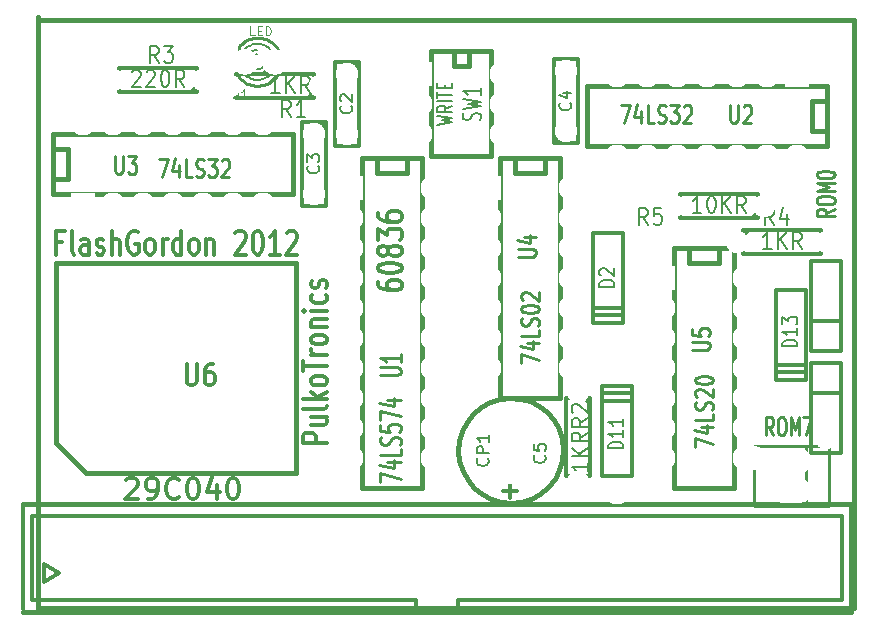
<source format=gto>
G04 (created by PCBNEW-RS274X (2011-07-08 BZR 3044)-stable) date 06/10/2012 12:04:17*
G01*
G70*
G90*
%MOIN*%
G04 Gerber Fmt 3.4, Leading zero omitted, Abs format*
%FSLAX34Y34*%
G04 APERTURE LIST*
%ADD10C,0.006000*%
%ADD11C,0.012000*%
%ADD12C,0.015000*%
%ADD13C,0.010000*%
%ADD14C,0.008000*%
%ADD15C,0.011300*%
%ADD16C,0.003500*%
%ADD17C,0.075000*%
%ADD18R,0.082000X0.110000*%
%ADD19O,0.082000X0.110000*%
%ADD20R,0.075000X0.075000*%
%ADD21C,0.090000*%
%ADD22R,0.090000X0.090000*%
%ADD23R,0.110000X0.082000*%
%ADD24O,0.110000X0.082000*%
%ADD25O,0.138700X0.079300*%
%ADD26C,0.086000*%
%ADD27R,0.080000X0.080000*%
%ADD28C,0.080000*%
G04 APERTURE END LIST*
G54D10*
G54D11*
X18324Y-16827D02*
X18324Y-16941D01*
X18362Y-16998D01*
X18400Y-17027D01*
X18514Y-17084D01*
X18667Y-17113D01*
X18971Y-17113D01*
X19048Y-17084D01*
X19086Y-17056D01*
X19124Y-16998D01*
X19124Y-16884D01*
X19086Y-16827D01*
X19048Y-16798D01*
X18971Y-16770D01*
X18781Y-16770D01*
X18705Y-16798D01*
X18667Y-16827D01*
X18629Y-16884D01*
X18629Y-16998D01*
X18667Y-17056D01*
X18705Y-17084D01*
X18781Y-17113D01*
X18324Y-16399D02*
X18324Y-16342D01*
X18362Y-16285D01*
X18400Y-16256D01*
X18476Y-16227D01*
X18629Y-16199D01*
X18819Y-16199D01*
X18971Y-16227D01*
X19048Y-16256D01*
X19086Y-16285D01*
X19124Y-16342D01*
X19124Y-16399D01*
X19086Y-16456D01*
X19048Y-16485D01*
X18971Y-16513D01*
X18819Y-16542D01*
X18629Y-16542D01*
X18476Y-16513D01*
X18400Y-16485D01*
X18362Y-16456D01*
X18324Y-16399D01*
X18667Y-15856D02*
X18629Y-15914D01*
X18590Y-15942D01*
X18514Y-15971D01*
X18476Y-15971D01*
X18400Y-15942D01*
X18362Y-15914D01*
X18324Y-15856D01*
X18324Y-15742D01*
X18362Y-15685D01*
X18400Y-15656D01*
X18476Y-15628D01*
X18514Y-15628D01*
X18590Y-15656D01*
X18629Y-15685D01*
X18667Y-15742D01*
X18667Y-15856D01*
X18705Y-15914D01*
X18743Y-15942D01*
X18819Y-15971D01*
X18971Y-15971D01*
X19048Y-15942D01*
X19086Y-15914D01*
X19124Y-15856D01*
X19124Y-15742D01*
X19086Y-15685D01*
X19048Y-15656D01*
X18971Y-15628D01*
X18819Y-15628D01*
X18743Y-15656D01*
X18705Y-15685D01*
X18667Y-15742D01*
X18324Y-15428D02*
X18324Y-15057D01*
X18629Y-15257D01*
X18629Y-15171D01*
X18667Y-15114D01*
X18705Y-15085D01*
X18781Y-15057D01*
X18971Y-15057D01*
X19048Y-15085D01*
X19086Y-15114D01*
X19124Y-15171D01*
X19124Y-15343D01*
X19086Y-15400D01*
X19048Y-15428D01*
X18324Y-14543D02*
X18324Y-14657D01*
X18362Y-14714D01*
X18400Y-14743D01*
X18514Y-14800D01*
X18667Y-14829D01*
X18971Y-14829D01*
X19048Y-14800D01*
X19086Y-14772D01*
X19124Y-14714D01*
X19124Y-14600D01*
X19086Y-14543D01*
X19048Y-14514D01*
X18971Y-14486D01*
X18781Y-14486D01*
X18705Y-14514D01*
X18667Y-14543D01*
X18629Y-14600D01*
X18629Y-14714D01*
X18667Y-14772D01*
X18705Y-14800D01*
X18781Y-14829D01*
G54D12*
X07000Y-08100D02*
X07000Y-08000D01*
X34200Y-08100D02*
X07000Y-08100D01*
X34200Y-27700D02*
X34200Y-08100D01*
X07000Y-27700D02*
X34200Y-27700D01*
X07000Y-08100D02*
X07000Y-27700D01*
G54D11*
X16624Y-22200D02*
X15824Y-22200D01*
X15824Y-21972D01*
X15862Y-21914D01*
X15900Y-21886D01*
X15976Y-21857D01*
X16090Y-21857D01*
X16167Y-21886D01*
X16205Y-21914D01*
X16243Y-21972D01*
X16243Y-22200D01*
X16090Y-21343D02*
X16624Y-21343D01*
X16090Y-21600D02*
X16510Y-21600D01*
X16586Y-21572D01*
X16624Y-21514D01*
X16624Y-21429D01*
X16586Y-21372D01*
X16548Y-21343D01*
X16624Y-20971D02*
X16586Y-21029D01*
X16510Y-21057D01*
X15824Y-21057D01*
X16624Y-20743D02*
X15824Y-20743D01*
X16319Y-20686D02*
X16624Y-20515D01*
X16090Y-20515D02*
X16395Y-20743D01*
X16624Y-20171D02*
X16586Y-20229D01*
X16548Y-20257D01*
X16471Y-20286D01*
X16243Y-20286D01*
X16167Y-20257D01*
X16129Y-20229D01*
X16090Y-20171D01*
X16090Y-20086D01*
X16129Y-20029D01*
X16167Y-20000D01*
X16243Y-19971D01*
X16471Y-19971D01*
X16548Y-20000D01*
X16586Y-20029D01*
X16624Y-20086D01*
X16624Y-20171D01*
X15824Y-19800D02*
X15824Y-19457D01*
X16624Y-19628D02*
X15824Y-19628D01*
X16624Y-19257D02*
X16090Y-19257D01*
X16243Y-19257D02*
X16167Y-19229D01*
X16129Y-19200D01*
X16090Y-19143D01*
X16090Y-19086D01*
X16624Y-18800D02*
X16586Y-18858D01*
X16548Y-18886D01*
X16471Y-18915D01*
X16243Y-18915D01*
X16167Y-18886D01*
X16129Y-18858D01*
X16090Y-18800D01*
X16090Y-18715D01*
X16129Y-18658D01*
X16167Y-18629D01*
X16243Y-18600D01*
X16471Y-18600D01*
X16548Y-18629D01*
X16586Y-18658D01*
X16624Y-18715D01*
X16624Y-18800D01*
X16090Y-18343D02*
X16624Y-18343D01*
X16167Y-18343D02*
X16129Y-18315D01*
X16090Y-18257D01*
X16090Y-18172D01*
X16129Y-18115D01*
X16205Y-18086D01*
X16624Y-18086D01*
X16624Y-17800D02*
X16090Y-17800D01*
X15824Y-17800D02*
X15862Y-17829D01*
X15900Y-17800D01*
X15862Y-17772D01*
X15824Y-17800D01*
X15900Y-17800D01*
X16586Y-17257D02*
X16624Y-17314D01*
X16624Y-17428D01*
X16586Y-17486D01*
X16548Y-17514D01*
X16471Y-17543D01*
X16243Y-17543D01*
X16167Y-17514D01*
X16129Y-17486D01*
X16090Y-17428D01*
X16090Y-17314D01*
X16129Y-17257D01*
X16586Y-17029D02*
X16624Y-16972D01*
X16624Y-16857D01*
X16586Y-16800D01*
X16510Y-16772D01*
X16471Y-16772D01*
X16395Y-16800D01*
X16357Y-16857D01*
X16357Y-16943D01*
X16319Y-17000D01*
X16243Y-17029D01*
X16205Y-17029D01*
X16129Y-17000D01*
X16090Y-16943D01*
X16090Y-16857D01*
X16129Y-16800D01*
X07801Y-15505D02*
X07601Y-15505D01*
X07601Y-15924D02*
X07601Y-15124D01*
X07887Y-15124D01*
X08201Y-15924D02*
X08143Y-15886D01*
X08115Y-15810D01*
X08115Y-15124D01*
X08686Y-15924D02*
X08686Y-15505D01*
X08657Y-15429D01*
X08600Y-15390D01*
X08486Y-15390D01*
X08429Y-15429D01*
X08686Y-15886D02*
X08629Y-15924D01*
X08486Y-15924D01*
X08429Y-15886D01*
X08400Y-15810D01*
X08400Y-15733D01*
X08429Y-15657D01*
X08486Y-15619D01*
X08629Y-15619D01*
X08686Y-15581D01*
X08943Y-15886D02*
X09000Y-15924D01*
X09115Y-15924D01*
X09172Y-15886D01*
X09200Y-15810D01*
X09200Y-15771D01*
X09172Y-15695D01*
X09115Y-15657D01*
X09029Y-15657D01*
X08972Y-15619D01*
X08943Y-15543D01*
X08943Y-15505D01*
X08972Y-15429D01*
X09029Y-15390D01*
X09115Y-15390D01*
X09172Y-15429D01*
X09458Y-15924D02*
X09458Y-15124D01*
X09715Y-15924D02*
X09715Y-15505D01*
X09686Y-15429D01*
X09629Y-15390D01*
X09544Y-15390D01*
X09486Y-15429D01*
X09458Y-15467D01*
X10315Y-15162D02*
X10258Y-15124D01*
X10172Y-15124D01*
X10087Y-15162D01*
X10029Y-15238D01*
X10001Y-15314D01*
X09972Y-15467D01*
X09972Y-15581D01*
X10001Y-15733D01*
X10029Y-15810D01*
X10087Y-15886D01*
X10172Y-15924D01*
X10229Y-15924D01*
X10315Y-15886D01*
X10344Y-15848D01*
X10344Y-15581D01*
X10229Y-15581D01*
X10687Y-15924D02*
X10629Y-15886D01*
X10601Y-15848D01*
X10572Y-15771D01*
X10572Y-15543D01*
X10601Y-15467D01*
X10629Y-15429D01*
X10687Y-15390D01*
X10772Y-15390D01*
X10829Y-15429D01*
X10858Y-15467D01*
X10887Y-15543D01*
X10887Y-15771D01*
X10858Y-15848D01*
X10829Y-15886D01*
X10772Y-15924D01*
X10687Y-15924D01*
X11144Y-15924D02*
X11144Y-15390D01*
X11144Y-15543D02*
X11172Y-15467D01*
X11201Y-15429D01*
X11258Y-15390D01*
X11315Y-15390D01*
X11772Y-15924D02*
X11772Y-15124D01*
X11772Y-15886D02*
X11715Y-15924D01*
X11601Y-15924D01*
X11543Y-15886D01*
X11515Y-15848D01*
X11486Y-15771D01*
X11486Y-15543D01*
X11515Y-15467D01*
X11543Y-15429D01*
X11601Y-15390D01*
X11715Y-15390D01*
X11772Y-15429D01*
X12144Y-15924D02*
X12086Y-15886D01*
X12058Y-15848D01*
X12029Y-15771D01*
X12029Y-15543D01*
X12058Y-15467D01*
X12086Y-15429D01*
X12144Y-15390D01*
X12229Y-15390D01*
X12286Y-15429D01*
X12315Y-15467D01*
X12344Y-15543D01*
X12344Y-15771D01*
X12315Y-15848D01*
X12286Y-15886D01*
X12229Y-15924D01*
X12144Y-15924D01*
X12601Y-15390D02*
X12601Y-15924D01*
X12601Y-15467D02*
X12629Y-15429D01*
X12687Y-15390D01*
X12772Y-15390D01*
X12829Y-15429D01*
X12858Y-15505D01*
X12858Y-15924D01*
X13572Y-15200D02*
X13601Y-15162D01*
X13658Y-15124D01*
X13801Y-15124D01*
X13858Y-15162D01*
X13887Y-15200D01*
X13915Y-15276D01*
X13915Y-15352D01*
X13887Y-15467D01*
X13544Y-15924D01*
X13915Y-15924D01*
X14286Y-15124D02*
X14343Y-15124D01*
X14400Y-15162D01*
X14429Y-15200D01*
X14458Y-15276D01*
X14486Y-15429D01*
X14486Y-15619D01*
X14458Y-15771D01*
X14429Y-15848D01*
X14400Y-15886D01*
X14343Y-15924D01*
X14286Y-15924D01*
X14229Y-15886D01*
X14200Y-15848D01*
X14172Y-15771D01*
X14143Y-15619D01*
X14143Y-15429D01*
X14172Y-15276D01*
X14200Y-15200D01*
X14229Y-15162D01*
X14286Y-15124D01*
X15057Y-15924D02*
X14714Y-15924D01*
X14886Y-15924D02*
X14886Y-15124D01*
X14829Y-15238D01*
X14771Y-15314D01*
X14714Y-15352D01*
X15285Y-15200D02*
X15314Y-15162D01*
X15371Y-15124D01*
X15514Y-15124D01*
X15571Y-15162D01*
X15600Y-15200D01*
X15628Y-15276D01*
X15628Y-15352D01*
X15600Y-15467D01*
X15257Y-15924D01*
X15628Y-15924D01*
X16600Y-11500D02*
X16600Y-14300D01*
X16600Y-14300D02*
X15800Y-14300D01*
X15800Y-14300D02*
X15800Y-11500D01*
X15800Y-11500D02*
X16600Y-11500D01*
X16400Y-11500D02*
X16600Y-11700D01*
X17700Y-09500D02*
X17700Y-12300D01*
X17700Y-12300D02*
X16900Y-12300D01*
X16900Y-12300D02*
X16900Y-09500D01*
X16900Y-09500D02*
X17700Y-09500D01*
X17500Y-09500D02*
X17700Y-09700D01*
X24200Y-12200D02*
X24200Y-09400D01*
X24200Y-09400D02*
X25000Y-09400D01*
X25000Y-09400D02*
X25000Y-12200D01*
X25000Y-12200D02*
X24200Y-12200D01*
X24400Y-12200D02*
X24200Y-12000D01*
G54D12*
X07500Y-11900D02*
X15500Y-11900D01*
X15500Y-13900D02*
X07500Y-13900D01*
X07500Y-13900D02*
X07500Y-11900D01*
X07500Y-12400D02*
X08000Y-12400D01*
X08000Y-12400D02*
X08000Y-13400D01*
X08000Y-13400D02*
X07500Y-13400D01*
X15500Y-11900D02*
X15500Y-13900D01*
X24500Y-22450D02*
X24466Y-22789D01*
X24367Y-23116D01*
X24207Y-23418D01*
X23991Y-23683D01*
X23728Y-23900D01*
X23428Y-24063D01*
X23101Y-24164D01*
X22762Y-24199D01*
X22423Y-24169D01*
X22095Y-24072D01*
X21792Y-23914D01*
X21526Y-23700D01*
X21307Y-23438D01*
X21142Y-23139D01*
X21039Y-22813D01*
X21001Y-22474D01*
X21029Y-22135D01*
X21123Y-21806D01*
X21280Y-21503D01*
X21492Y-21235D01*
X21752Y-21013D01*
X22050Y-20847D01*
X22375Y-20741D01*
X22714Y-20701D01*
X23053Y-20727D01*
X23382Y-20819D01*
X23687Y-20973D01*
X23956Y-21183D01*
X24180Y-21442D01*
X24348Y-21739D01*
X24456Y-22063D01*
X24499Y-22402D01*
X24500Y-22450D01*
G54D11*
X26500Y-15200D02*
X26500Y-18200D01*
X26500Y-18200D02*
X25500Y-18200D01*
X25500Y-18200D02*
X25500Y-15200D01*
X25500Y-15200D02*
X26500Y-15200D01*
X26500Y-17950D02*
X25500Y-17950D01*
X25500Y-17700D02*
X26500Y-17700D01*
X26000Y-15200D02*
X26000Y-14700D01*
X26000Y-18200D02*
X26000Y-18700D01*
X25000Y-20500D02*
X25000Y-20700D01*
X25000Y-23500D02*
X25000Y-23300D01*
X25000Y-23300D02*
X25400Y-23300D01*
X25400Y-23300D02*
X25400Y-20700D01*
X25400Y-20700D02*
X24600Y-20700D01*
X24600Y-20700D02*
X24600Y-23300D01*
X24600Y-23300D02*
X25000Y-23300D01*
X25200Y-20700D02*
X25400Y-20900D01*
X25800Y-23300D02*
X25800Y-20300D01*
X25800Y-20300D02*
X26800Y-20300D01*
X26800Y-20300D02*
X26800Y-23300D01*
X26800Y-23300D02*
X25800Y-23300D01*
X25800Y-20550D02*
X26800Y-20550D01*
X26800Y-20800D02*
X25800Y-20800D01*
X26300Y-23300D02*
X26300Y-23800D01*
X26300Y-20300D02*
X26300Y-19800D01*
X32750Y-19550D02*
X33750Y-19550D01*
X33750Y-19550D02*
X33750Y-22550D01*
X33750Y-22550D02*
X32750Y-22550D01*
X32750Y-22550D02*
X32750Y-19550D01*
X33750Y-20550D02*
X32750Y-20550D01*
X33750Y-19150D02*
X32750Y-19150D01*
X32750Y-19150D02*
X32750Y-16150D01*
X32750Y-16150D02*
X33750Y-16150D01*
X33750Y-16150D02*
X33750Y-19150D01*
X32750Y-18150D02*
X33750Y-18150D01*
X16400Y-10300D02*
X16200Y-10300D01*
X13400Y-10300D02*
X13600Y-10300D01*
X13600Y-10300D02*
X13600Y-10700D01*
X13600Y-10700D02*
X16200Y-10700D01*
X16200Y-10700D02*
X16200Y-09900D01*
X16200Y-09900D02*
X13600Y-09900D01*
X13600Y-09900D02*
X13600Y-10300D01*
X16200Y-10500D02*
X16000Y-10700D01*
X12500Y-10100D02*
X12300Y-10100D01*
X09500Y-10100D02*
X09700Y-10100D01*
X09700Y-10100D02*
X09700Y-10500D01*
X09700Y-10500D02*
X12300Y-10500D01*
X12300Y-10500D02*
X12300Y-09700D01*
X12300Y-09700D02*
X09700Y-09700D01*
X09700Y-09700D02*
X09700Y-10100D01*
X12300Y-10300D02*
X12100Y-10500D01*
X30300Y-15500D02*
X30500Y-15500D01*
X33300Y-15500D02*
X33100Y-15500D01*
X33100Y-15500D02*
X33100Y-15100D01*
X33100Y-15100D02*
X30500Y-15100D01*
X30500Y-15100D02*
X30500Y-15900D01*
X30500Y-15900D02*
X33100Y-15900D01*
X33100Y-15900D02*
X33100Y-15500D01*
X30500Y-15300D02*
X30700Y-15100D01*
G54D12*
X22100Y-09150D02*
X22100Y-12650D01*
X22100Y-12650D02*
X20100Y-12650D01*
X20100Y-12650D02*
X20100Y-09150D01*
X20100Y-09150D02*
X22100Y-09150D01*
X21350Y-09150D02*
X21350Y-09650D01*
X21350Y-09650D02*
X20850Y-09650D01*
X20850Y-09650D02*
X20850Y-09150D01*
X30200Y-15700D02*
X30200Y-23700D01*
X28200Y-23700D02*
X28200Y-15700D01*
X28200Y-15700D02*
X30200Y-15700D01*
X29700Y-15700D02*
X29700Y-16200D01*
X29700Y-16200D02*
X28700Y-16200D01*
X28700Y-16200D02*
X28700Y-15700D01*
X30200Y-23700D02*
X28200Y-23700D01*
X08600Y-23200D02*
X15600Y-23200D01*
X07600Y-16200D02*
X15600Y-16200D01*
X15600Y-23200D02*
X15600Y-16200D01*
X07600Y-22200D02*
X08600Y-23200D01*
X07600Y-16200D02*
X07600Y-22200D01*
X33300Y-12300D02*
X25300Y-12300D01*
X25300Y-10300D02*
X33300Y-10300D01*
X33300Y-10300D02*
X33300Y-12300D01*
X33300Y-11800D02*
X32800Y-11800D01*
X32800Y-11800D02*
X32800Y-10800D01*
X32800Y-10800D02*
X33300Y-10800D01*
X25300Y-12300D02*
X25300Y-10300D01*
X24400Y-12700D02*
X24400Y-20700D01*
X22400Y-20700D02*
X22400Y-12700D01*
X22400Y-12700D02*
X24400Y-12700D01*
X23900Y-12700D02*
X23900Y-13200D01*
X23900Y-13200D02*
X22900Y-13200D01*
X22900Y-13200D02*
X22900Y-12700D01*
X24400Y-20700D02*
X22400Y-20700D01*
X19300Y-12700D02*
X19300Y-13200D01*
X19300Y-13200D02*
X18300Y-13200D01*
X18300Y-13200D02*
X18300Y-12700D01*
X19800Y-12700D02*
X19800Y-23700D01*
X19800Y-23700D02*
X17800Y-23700D01*
X17800Y-23700D02*
X17800Y-12700D01*
X17800Y-12700D02*
X19800Y-12700D01*
G54D11*
X32600Y-17100D02*
X32600Y-20100D01*
X32600Y-20100D02*
X31600Y-20100D01*
X31600Y-20100D02*
X31600Y-17100D01*
X31600Y-17100D02*
X32600Y-17100D01*
X32600Y-19850D02*
X31600Y-19850D01*
X31600Y-19600D02*
X32600Y-19600D01*
X32100Y-17100D02*
X32100Y-16600D01*
X32100Y-20100D02*
X32100Y-20600D01*
G54D13*
X32600Y-24300D02*
X32600Y-22300D01*
X30850Y-24300D02*
X30850Y-22300D01*
X33350Y-22300D02*
X33350Y-24300D01*
X33350Y-22300D02*
X30850Y-22300D01*
X33350Y-24300D02*
X30850Y-24300D01*
X13680Y-09000D02*
X13680Y-10000D01*
G54D10*
X14760Y-09884D02*
X14792Y-09842D01*
X14820Y-09798D01*
X14844Y-09751D01*
X14864Y-09703D01*
X14880Y-09653D01*
X14891Y-09602D01*
X14897Y-09550D01*
X14900Y-09500D01*
X14899Y-09500D02*
X14896Y-09448D01*
X14889Y-09396D01*
X14878Y-09345D01*
X14862Y-09296D01*
X14842Y-09247D01*
X14818Y-09201D01*
X14790Y-09157D01*
X14758Y-09115D01*
X14747Y-09103D01*
X13701Y-09500D02*
X13704Y-09552D01*
X13711Y-09604D01*
X13722Y-09655D01*
X13738Y-09704D01*
X13758Y-09753D01*
X13782Y-09799D01*
X13810Y-09843D01*
X13842Y-09885D01*
X13846Y-09889D01*
X13840Y-09116D02*
X13808Y-09158D01*
X13780Y-09202D01*
X13756Y-09249D01*
X13736Y-09297D01*
X13720Y-09347D01*
X13709Y-09398D01*
X13703Y-09450D01*
X13700Y-09500D01*
X13813Y-09849D02*
X13845Y-09890D01*
X13881Y-09928D01*
X13920Y-09963D01*
X13962Y-09995D01*
X14006Y-10022D01*
X14053Y-10046D01*
X14101Y-10065D01*
X14151Y-10081D01*
X14203Y-10091D01*
X14254Y-10098D01*
X14300Y-10100D01*
X14300Y-10100D02*
X14352Y-10097D01*
X14404Y-10090D01*
X14455Y-10079D01*
X14505Y-10063D01*
X14553Y-10043D01*
X14600Y-10019D01*
X14644Y-09991D01*
X14685Y-09959D01*
X14724Y-09924D01*
X14759Y-09885D01*
X14779Y-09860D01*
X14300Y-08901D02*
X14248Y-08904D01*
X14196Y-08911D01*
X14145Y-08922D01*
X14096Y-08938D01*
X14047Y-08958D01*
X14001Y-08982D01*
X13957Y-09010D01*
X13915Y-09042D01*
X13877Y-09077D01*
X13842Y-09115D01*
X13828Y-09133D01*
X14773Y-09132D02*
X14739Y-09092D01*
X14702Y-09055D01*
X14661Y-09022D01*
X14618Y-08992D01*
X14573Y-08966D01*
X14525Y-08945D01*
X14476Y-08927D01*
X14425Y-08914D01*
X14374Y-08905D01*
X14321Y-08901D01*
X14300Y-08900D01*
X14300Y-09750D02*
X14321Y-09749D01*
X14343Y-09746D01*
X14364Y-09741D01*
X14385Y-09734D01*
X14405Y-09726D01*
X14425Y-09716D01*
X14443Y-09704D01*
X14460Y-09691D01*
X14476Y-09676D01*
X14491Y-09660D01*
X14504Y-09643D01*
X14516Y-09624D01*
X14526Y-09605D01*
X14534Y-09585D01*
X14541Y-09564D01*
X14546Y-09543D01*
X14549Y-09521D01*
X14550Y-09500D01*
X14300Y-09900D02*
X14334Y-09898D01*
X14369Y-09893D01*
X14403Y-09886D01*
X14436Y-09875D01*
X14469Y-09862D01*
X14500Y-09846D01*
X14529Y-09827D01*
X14557Y-09806D01*
X14582Y-09782D01*
X14606Y-09757D01*
X14627Y-09729D01*
X14646Y-09699D01*
X14662Y-09669D01*
X14675Y-09636D01*
X14686Y-09603D01*
X14693Y-09569D01*
X14698Y-09534D01*
X14700Y-09500D01*
X14300Y-09250D02*
X14279Y-09251D01*
X14257Y-09254D01*
X14236Y-09259D01*
X14215Y-09266D01*
X14195Y-09274D01*
X14176Y-09284D01*
X14157Y-09296D01*
X14140Y-09309D01*
X14124Y-09324D01*
X14109Y-09340D01*
X14096Y-09357D01*
X14084Y-09376D01*
X14074Y-09395D01*
X14066Y-09415D01*
X14059Y-09436D01*
X14054Y-09457D01*
X14051Y-09479D01*
X14050Y-09500D01*
X14300Y-09100D02*
X14266Y-09102D01*
X14231Y-09107D01*
X14197Y-09114D01*
X14164Y-09125D01*
X14131Y-09138D01*
X14101Y-09154D01*
X14071Y-09173D01*
X14043Y-09194D01*
X14018Y-09218D01*
X13994Y-09243D01*
X13973Y-09271D01*
X13954Y-09301D01*
X13938Y-09331D01*
X13925Y-09364D01*
X13914Y-09397D01*
X13907Y-09431D01*
X13902Y-09466D01*
X13900Y-09500D01*
G54D13*
X13687Y-10013D02*
X13734Y-10064D01*
X13785Y-10111D01*
X13840Y-10154D01*
X13899Y-10192D01*
X13961Y-10224D01*
X14026Y-10251D01*
X14092Y-10272D01*
X14160Y-10287D01*
X14229Y-10296D01*
X14299Y-10299D01*
X14300Y-10300D01*
X14300Y-10299D02*
X14369Y-10295D01*
X14438Y-10286D01*
X14506Y-10271D01*
X14573Y-10250D01*
X14637Y-10224D01*
X14699Y-10191D01*
X14758Y-10154D01*
X14813Y-10112D01*
X14864Y-10064D01*
X14912Y-10013D01*
X14954Y-09958D01*
X14991Y-09899D01*
X15004Y-09876D01*
X14299Y-08703D02*
X14230Y-08706D01*
X14161Y-08715D01*
X14093Y-08730D01*
X14026Y-08751D01*
X13962Y-08778D01*
X13900Y-08810D01*
X13842Y-08848D01*
X13786Y-08890D01*
X13735Y-08937D01*
X13691Y-08985D01*
X14994Y-09103D02*
X14956Y-09044D01*
X14914Y-08988D01*
X14867Y-08937D01*
X14816Y-08889D01*
X14761Y-08847D01*
X14702Y-08809D01*
X14640Y-08777D01*
X14576Y-08750D01*
X14509Y-08728D01*
X14441Y-08713D01*
X14372Y-08704D01*
X14302Y-08701D01*
X14300Y-08700D01*
X15004Y-09879D02*
X15034Y-09816D01*
X15059Y-09751D01*
X15078Y-09684D01*
X15091Y-09615D01*
X15098Y-09546D01*
X15100Y-09500D01*
X15099Y-09500D02*
X15095Y-09431D01*
X15086Y-09362D01*
X15071Y-09294D01*
X15050Y-09227D01*
X15024Y-09163D01*
X14991Y-09101D01*
X14980Y-09082D01*
G54D11*
X31200Y-14300D02*
X31000Y-14300D01*
X28200Y-14300D02*
X28400Y-14300D01*
X28400Y-14300D02*
X28400Y-14700D01*
X28400Y-14700D02*
X31000Y-14700D01*
X31000Y-14700D02*
X31000Y-13900D01*
X31000Y-13900D02*
X28400Y-13900D01*
X28400Y-13900D02*
X28400Y-14300D01*
X31000Y-14500D02*
X30800Y-14700D01*
G54D12*
X34094Y-24231D02*
X06494Y-24231D01*
X06494Y-27831D02*
X34094Y-27831D01*
G54D11*
X07694Y-26531D02*
X07194Y-26231D01*
X07194Y-26231D02*
X07194Y-26831D01*
X07194Y-26831D02*
X07694Y-26531D01*
X06494Y-24331D02*
X06494Y-27731D01*
X34094Y-27731D02*
X34094Y-24331D01*
X19594Y-27731D02*
X19594Y-27431D01*
X19594Y-27431D02*
X06794Y-27431D01*
X06794Y-27431D02*
X06794Y-24631D01*
X06794Y-24631D02*
X33794Y-24631D01*
X33794Y-24631D02*
X33794Y-27431D01*
X33794Y-27431D02*
X20994Y-27431D01*
X20994Y-27431D02*
X20994Y-27731D01*
G54D14*
X16324Y-12966D02*
X16343Y-12985D01*
X16362Y-13042D01*
X16362Y-13080D01*
X16343Y-13138D01*
X16305Y-13176D01*
X16267Y-13195D01*
X16190Y-13214D01*
X16133Y-13214D01*
X16057Y-13195D01*
X16019Y-13176D01*
X15981Y-13138D01*
X15962Y-13080D01*
X15962Y-13042D01*
X15981Y-12985D01*
X16000Y-12966D01*
X15962Y-12833D02*
X15962Y-12585D01*
X16114Y-12719D01*
X16114Y-12661D01*
X16133Y-12623D01*
X16152Y-12604D01*
X16190Y-12585D01*
X16286Y-12585D01*
X16324Y-12604D01*
X16343Y-12623D01*
X16362Y-12661D01*
X16362Y-12776D01*
X16343Y-12814D01*
X16324Y-12833D01*
X17424Y-10966D02*
X17443Y-10985D01*
X17462Y-11042D01*
X17462Y-11080D01*
X17443Y-11138D01*
X17405Y-11176D01*
X17367Y-11195D01*
X17290Y-11214D01*
X17233Y-11214D01*
X17157Y-11195D01*
X17119Y-11176D01*
X17081Y-11138D01*
X17062Y-11080D01*
X17062Y-11042D01*
X17081Y-10985D01*
X17100Y-10966D01*
X17100Y-10814D02*
X17081Y-10795D01*
X17062Y-10757D01*
X17062Y-10661D01*
X17081Y-10623D01*
X17100Y-10604D01*
X17138Y-10585D01*
X17176Y-10585D01*
X17233Y-10604D01*
X17462Y-10833D01*
X17462Y-10585D01*
X24724Y-10866D02*
X24743Y-10885D01*
X24762Y-10942D01*
X24762Y-10980D01*
X24743Y-11038D01*
X24705Y-11076D01*
X24667Y-11095D01*
X24590Y-11114D01*
X24533Y-11114D01*
X24457Y-11095D01*
X24419Y-11076D01*
X24381Y-11038D01*
X24362Y-10980D01*
X24362Y-10942D01*
X24381Y-10885D01*
X24400Y-10866D01*
X24495Y-10523D02*
X24762Y-10523D01*
X24343Y-10619D02*
X24629Y-10714D01*
X24629Y-10466D01*
G54D15*
X09557Y-12643D02*
X09557Y-13129D01*
X09579Y-13186D01*
X09600Y-13214D01*
X09643Y-13243D01*
X09729Y-13243D01*
X09771Y-13214D01*
X09793Y-13186D01*
X09814Y-13129D01*
X09814Y-12643D01*
X09985Y-12643D02*
X10264Y-12643D01*
X10114Y-12871D01*
X10178Y-12871D01*
X10221Y-12900D01*
X10242Y-12929D01*
X10264Y-12986D01*
X10264Y-13129D01*
X10242Y-13186D01*
X10221Y-13214D01*
X10178Y-13243D01*
X10050Y-13243D01*
X10007Y-13214D01*
X09985Y-13186D01*
X11010Y-12743D02*
X11310Y-12743D01*
X11117Y-13343D01*
X11675Y-12943D02*
X11675Y-13343D01*
X11568Y-12714D02*
X11461Y-13143D01*
X11739Y-13143D01*
X12125Y-13343D02*
X11911Y-13343D01*
X11911Y-12743D01*
X12254Y-13314D02*
X12318Y-13343D01*
X12425Y-13343D01*
X12468Y-13314D01*
X12489Y-13286D01*
X12511Y-13229D01*
X12511Y-13171D01*
X12489Y-13114D01*
X12468Y-13086D01*
X12425Y-13057D01*
X12339Y-13029D01*
X12297Y-13000D01*
X12275Y-12971D01*
X12254Y-12914D01*
X12254Y-12857D01*
X12275Y-12800D01*
X12297Y-12771D01*
X12339Y-12743D01*
X12447Y-12743D01*
X12511Y-12771D01*
X12661Y-12743D02*
X12940Y-12743D01*
X12790Y-12971D01*
X12854Y-12971D01*
X12897Y-13000D01*
X12918Y-13029D01*
X12940Y-13086D01*
X12940Y-13229D01*
X12918Y-13286D01*
X12897Y-13314D01*
X12854Y-13343D01*
X12726Y-13343D01*
X12683Y-13314D01*
X12661Y-13286D01*
X13112Y-12800D02*
X13133Y-12771D01*
X13176Y-12743D01*
X13283Y-12743D01*
X13326Y-12771D01*
X13347Y-12800D01*
X13369Y-12857D01*
X13369Y-12914D01*
X13347Y-13000D01*
X13090Y-13343D01*
X13369Y-13343D01*
G54D14*
X23874Y-22616D02*
X23893Y-22635D01*
X23912Y-22692D01*
X23912Y-22730D01*
X23893Y-22788D01*
X23855Y-22826D01*
X23817Y-22845D01*
X23740Y-22864D01*
X23683Y-22864D01*
X23607Y-22845D01*
X23569Y-22826D01*
X23531Y-22788D01*
X23512Y-22730D01*
X23512Y-22692D01*
X23531Y-22635D01*
X23550Y-22616D01*
X23512Y-22254D02*
X23512Y-22445D01*
X23702Y-22464D01*
X23683Y-22445D01*
X23664Y-22407D01*
X23664Y-22311D01*
X23683Y-22273D01*
X23702Y-22254D01*
X23740Y-22235D01*
X23836Y-22235D01*
X23874Y-22254D01*
X23893Y-22273D01*
X23912Y-22311D01*
X23912Y-22407D01*
X23893Y-22445D01*
X23874Y-22464D01*
X21974Y-22716D02*
X21993Y-22735D01*
X22012Y-22792D01*
X22012Y-22830D01*
X21993Y-22888D01*
X21955Y-22926D01*
X21917Y-22945D01*
X21840Y-22964D01*
X21783Y-22964D01*
X21707Y-22945D01*
X21669Y-22926D01*
X21631Y-22888D01*
X21612Y-22830D01*
X21612Y-22792D01*
X21631Y-22735D01*
X21650Y-22716D01*
X22012Y-22545D02*
X21612Y-22545D01*
X21612Y-22392D01*
X21631Y-22354D01*
X21650Y-22335D01*
X21688Y-22316D01*
X21745Y-22316D01*
X21783Y-22335D01*
X21802Y-22354D01*
X21821Y-22392D01*
X21821Y-22545D01*
X22012Y-21935D02*
X22012Y-22164D01*
X22012Y-22050D02*
X21612Y-22050D01*
X21669Y-22088D01*
X21707Y-22126D01*
X21726Y-22164D01*
G54D11*
X22714Y-24028D02*
X22714Y-23571D01*
X22943Y-23800D02*
X22486Y-23800D01*
G54D14*
X26202Y-16995D02*
X25702Y-16995D01*
X25702Y-16900D01*
X25726Y-16842D01*
X25774Y-16804D01*
X25821Y-16785D01*
X25917Y-16766D01*
X25988Y-16766D01*
X26083Y-16785D01*
X26131Y-16804D01*
X26179Y-16842D01*
X26202Y-16900D01*
X26202Y-16995D01*
X25750Y-16614D02*
X25726Y-16595D01*
X25702Y-16557D01*
X25702Y-16461D01*
X25726Y-16423D01*
X25750Y-16404D01*
X25798Y-16385D01*
X25845Y-16385D01*
X25917Y-16404D01*
X26202Y-16633D01*
X26202Y-16385D01*
X25323Y-21383D02*
X25061Y-21550D01*
X25323Y-21669D02*
X24773Y-21669D01*
X24773Y-21478D01*
X24799Y-21431D01*
X24825Y-21407D01*
X24877Y-21383D01*
X24956Y-21383D01*
X25008Y-21407D01*
X25035Y-21431D01*
X25061Y-21478D01*
X25061Y-21669D01*
X24825Y-21193D02*
X24799Y-21169D01*
X24773Y-21121D01*
X24773Y-21002D01*
X24799Y-20955D01*
X24825Y-20931D01*
X24877Y-20907D01*
X24930Y-20907D01*
X25008Y-20931D01*
X25323Y-21217D01*
X25323Y-20907D01*
X25323Y-22857D02*
X25323Y-23143D01*
X25323Y-23000D02*
X24773Y-23000D01*
X24851Y-23048D01*
X24904Y-23095D01*
X24930Y-23143D01*
X25323Y-22643D02*
X24773Y-22643D01*
X25323Y-22357D02*
X25008Y-22572D01*
X24773Y-22357D02*
X25087Y-22643D01*
X25323Y-21857D02*
X25061Y-22024D01*
X25323Y-22143D02*
X24773Y-22143D01*
X24773Y-21952D01*
X24799Y-21905D01*
X24825Y-21881D01*
X24877Y-21857D01*
X24956Y-21857D01*
X25008Y-21881D01*
X25035Y-21905D01*
X25061Y-21952D01*
X25061Y-22143D01*
X26502Y-22386D02*
X26002Y-22386D01*
X26002Y-22291D01*
X26026Y-22233D01*
X26074Y-22195D01*
X26121Y-22176D01*
X26217Y-22157D01*
X26288Y-22157D01*
X26383Y-22176D01*
X26431Y-22195D01*
X26479Y-22233D01*
X26502Y-22291D01*
X26502Y-22386D01*
X26502Y-21776D02*
X26502Y-22005D01*
X26502Y-21891D02*
X26002Y-21891D01*
X26074Y-21929D01*
X26121Y-21967D01*
X26145Y-22005D01*
X26502Y-21395D02*
X26502Y-21624D01*
X26502Y-21510D02*
X26002Y-21510D01*
X26074Y-21548D01*
X26121Y-21586D01*
X26145Y-21624D01*
G54D13*
X31496Y-21943D02*
X31362Y-21657D01*
X31267Y-21943D02*
X31267Y-21343D01*
X31420Y-21343D01*
X31458Y-21371D01*
X31477Y-21400D01*
X31496Y-21457D01*
X31496Y-21543D01*
X31477Y-21600D01*
X31458Y-21629D01*
X31420Y-21657D01*
X31267Y-21657D01*
X31743Y-21343D02*
X31820Y-21343D01*
X31858Y-21371D01*
X31896Y-21429D01*
X31915Y-21543D01*
X31915Y-21743D01*
X31896Y-21857D01*
X31858Y-21914D01*
X31820Y-21943D01*
X31743Y-21943D01*
X31705Y-21914D01*
X31667Y-21857D01*
X31648Y-21743D01*
X31648Y-21543D01*
X31667Y-21429D01*
X31705Y-21371D01*
X31743Y-21343D01*
X32086Y-21943D02*
X32086Y-21343D01*
X32220Y-21771D01*
X32353Y-21343D01*
X32353Y-21943D01*
X32505Y-21343D02*
X32772Y-21343D01*
X32600Y-21943D01*
X33543Y-14404D02*
X33257Y-14538D01*
X33543Y-14633D02*
X32943Y-14633D01*
X32943Y-14480D01*
X32971Y-14442D01*
X33000Y-14423D01*
X33057Y-14404D01*
X33143Y-14404D01*
X33200Y-14423D01*
X33229Y-14442D01*
X33257Y-14480D01*
X33257Y-14633D01*
X32943Y-14157D02*
X32943Y-14080D01*
X32971Y-14042D01*
X33029Y-14004D01*
X33143Y-13985D01*
X33343Y-13985D01*
X33457Y-14004D01*
X33514Y-14042D01*
X33543Y-14080D01*
X33543Y-14157D01*
X33514Y-14195D01*
X33457Y-14233D01*
X33343Y-14252D01*
X33143Y-14252D01*
X33029Y-14233D01*
X32971Y-14195D01*
X32943Y-14157D01*
X33543Y-13814D02*
X32943Y-13814D01*
X33371Y-13680D01*
X32943Y-13547D01*
X33543Y-13547D01*
X32943Y-13281D02*
X32943Y-13242D01*
X32971Y-13204D01*
X33000Y-13185D01*
X33057Y-13166D01*
X33171Y-13147D01*
X33314Y-13147D01*
X33429Y-13166D01*
X33486Y-13185D01*
X33514Y-13204D01*
X33543Y-13242D01*
X33543Y-13281D01*
X33514Y-13319D01*
X33486Y-13338D01*
X33429Y-13357D01*
X33314Y-13376D01*
X33171Y-13376D01*
X33057Y-13357D01*
X33000Y-13338D01*
X32971Y-13319D01*
X32943Y-13281D01*
G54D14*
X15417Y-11323D02*
X15250Y-11061D01*
X15131Y-11323D02*
X15131Y-10773D01*
X15322Y-10773D01*
X15369Y-10799D01*
X15393Y-10825D01*
X15417Y-10877D01*
X15417Y-10956D01*
X15393Y-11008D01*
X15369Y-11035D01*
X15322Y-11061D01*
X15131Y-11061D01*
X15893Y-11323D02*
X15607Y-11323D01*
X15750Y-11323D02*
X15750Y-10773D01*
X15702Y-10851D01*
X15655Y-10904D01*
X15607Y-10930D01*
X15043Y-10523D02*
X14757Y-10523D01*
X14900Y-10523D02*
X14900Y-09973D01*
X14852Y-10051D01*
X14805Y-10104D01*
X14757Y-10130D01*
X15257Y-10523D02*
X15257Y-09973D01*
X15543Y-10523D02*
X15328Y-10208D01*
X15543Y-09973D02*
X15257Y-10287D01*
X16043Y-10523D02*
X15876Y-10261D01*
X15757Y-10523D02*
X15757Y-09973D01*
X15948Y-09973D01*
X15995Y-09999D01*
X16019Y-10025D01*
X16043Y-10077D01*
X16043Y-10156D01*
X16019Y-10208D01*
X15995Y-10235D01*
X15948Y-10261D01*
X15757Y-10261D01*
X11017Y-09523D02*
X10850Y-09261D01*
X10731Y-09523D02*
X10731Y-08973D01*
X10922Y-08973D01*
X10969Y-08999D01*
X10993Y-09025D01*
X11017Y-09077D01*
X11017Y-09156D01*
X10993Y-09208D01*
X10969Y-09235D01*
X10922Y-09261D01*
X10731Y-09261D01*
X11183Y-08973D02*
X11493Y-08973D01*
X11326Y-09182D01*
X11398Y-09182D01*
X11445Y-09208D01*
X11469Y-09235D01*
X11493Y-09287D01*
X11493Y-09418D01*
X11469Y-09470D01*
X11445Y-09496D01*
X11398Y-09523D01*
X11255Y-09523D01*
X11207Y-09496D01*
X11183Y-09470D01*
X10131Y-09825D02*
X10155Y-09799D01*
X10203Y-09773D01*
X10322Y-09773D01*
X10369Y-09799D01*
X10393Y-09825D01*
X10417Y-09877D01*
X10417Y-09930D01*
X10393Y-10008D01*
X10107Y-10323D01*
X10417Y-10323D01*
X10607Y-09825D02*
X10631Y-09799D01*
X10679Y-09773D01*
X10798Y-09773D01*
X10845Y-09799D01*
X10869Y-09825D01*
X10893Y-09877D01*
X10893Y-09930D01*
X10869Y-10008D01*
X10583Y-10323D01*
X10893Y-10323D01*
X11202Y-09773D02*
X11250Y-09773D01*
X11298Y-09799D01*
X11321Y-09825D01*
X11345Y-09877D01*
X11369Y-09982D01*
X11369Y-10113D01*
X11345Y-10218D01*
X11321Y-10270D01*
X11298Y-10296D01*
X11250Y-10323D01*
X11202Y-10323D01*
X11155Y-10296D01*
X11131Y-10270D01*
X11107Y-10218D01*
X11083Y-10113D01*
X11083Y-09982D01*
X11107Y-09877D01*
X11131Y-09825D01*
X11155Y-09799D01*
X11202Y-09773D01*
X11869Y-10323D02*
X11702Y-10061D01*
X11583Y-10323D02*
X11583Y-09773D01*
X11774Y-09773D01*
X11821Y-09799D01*
X11845Y-09825D01*
X11869Y-09877D01*
X11869Y-09956D01*
X11845Y-10008D01*
X11821Y-10035D01*
X11774Y-10061D01*
X11583Y-10061D01*
X31517Y-14923D02*
X31350Y-14661D01*
X31231Y-14923D02*
X31231Y-14373D01*
X31422Y-14373D01*
X31469Y-14399D01*
X31493Y-14425D01*
X31517Y-14477D01*
X31517Y-14556D01*
X31493Y-14608D01*
X31469Y-14635D01*
X31422Y-14661D01*
X31231Y-14661D01*
X31945Y-14556D02*
X31945Y-14923D01*
X31826Y-14346D02*
X31707Y-14739D01*
X32017Y-14739D01*
X31443Y-15723D02*
X31157Y-15723D01*
X31300Y-15723D02*
X31300Y-15173D01*
X31252Y-15251D01*
X31205Y-15304D01*
X31157Y-15330D01*
X31657Y-15723D02*
X31657Y-15173D01*
X31943Y-15723D02*
X31728Y-15408D01*
X31943Y-15173D02*
X31657Y-15487D01*
X32443Y-15723D02*
X32276Y-15461D01*
X32157Y-15723D02*
X32157Y-15173D01*
X32348Y-15173D01*
X32395Y-15199D01*
X32419Y-15225D01*
X32443Y-15277D01*
X32443Y-15356D01*
X32419Y-15408D01*
X32395Y-15435D01*
X32348Y-15461D01*
X32157Y-15461D01*
G54D10*
X21714Y-11433D02*
X21743Y-11376D01*
X21743Y-11280D01*
X21714Y-11242D01*
X21686Y-11223D01*
X21629Y-11204D01*
X21571Y-11204D01*
X21514Y-11223D01*
X21486Y-11242D01*
X21457Y-11280D01*
X21429Y-11357D01*
X21400Y-11395D01*
X21371Y-11414D01*
X21314Y-11433D01*
X21257Y-11433D01*
X21200Y-11414D01*
X21171Y-11395D01*
X21143Y-11357D01*
X21143Y-11261D01*
X21171Y-11204D01*
X21143Y-11071D02*
X21743Y-10976D01*
X21314Y-10899D01*
X21743Y-10823D01*
X21143Y-10728D01*
X21743Y-10366D02*
X21743Y-10595D01*
X21743Y-10481D02*
X21143Y-10481D01*
X21229Y-10519D01*
X21286Y-10557D01*
X21314Y-10595D01*
X20302Y-11600D02*
X20802Y-11517D01*
X20445Y-11450D01*
X20802Y-11383D01*
X20302Y-11300D01*
X20802Y-10967D02*
X20564Y-11083D01*
X20802Y-11167D02*
X20302Y-11167D01*
X20302Y-11033D01*
X20326Y-11000D01*
X20350Y-10983D01*
X20398Y-10967D01*
X20469Y-10967D01*
X20517Y-10983D01*
X20540Y-11000D01*
X20564Y-11033D01*
X20564Y-11167D01*
X20802Y-10817D02*
X20302Y-10817D01*
X20302Y-10700D02*
X20302Y-10500D01*
X20802Y-10600D02*
X20302Y-10600D01*
X20540Y-10383D02*
X20540Y-10266D01*
X20802Y-10216D02*
X20802Y-10383D01*
X20302Y-10383D01*
X20302Y-10216D01*
G54D15*
X28793Y-19093D02*
X29279Y-19093D01*
X29336Y-19071D01*
X29364Y-19050D01*
X29393Y-19007D01*
X29393Y-18921D01*
X29364Y-18879D01*
X29336Y-18857D01*
X29279Y-18836D01*
X28793Y-18836D01*
X28793Y-18408D02*
X28793Y-18622D01*
X29079Y-18643D01*
X29050Y-18622D01*
X29021Y-18579D01*
X29021Y-18472D01*
X29050Y-18429D01*
X29079Y-18408D01*
X29136Y-18386D01*
X29279Y-18386D01*
X29336Y-18408D01*
X29364Y-18429D01*
X29393Y-18472D01*
X29393Y-18579D01*
X29364Y-18622D01*
X29336Y-18643D01*
X28893Y-22340D02*
X28893Y-22040D01*
X29493Y-22233D01*
X29093Y-21675D02*
X29493Y-21675D01*
X28864Y-21782D02*
X29293Y-21889D01*
X29293Y-21611D01*
X29493Y-21225D02*
X29493Y-21439D01*
X28893Y-21439D01*
X29464Y-21096D02*
X29493Y-21032D01*
X29493Y-20925D01*
X29464Y-20882D01*
X29436Y-20861D01*
X29379Y-20839D01*
X29321Y-20839D01*
X29264Y-20861D01*
X29236Y-20882D01*
X29207Y-20925D01*
X29179Y-21011D01*
X29150Y-21053D01*
X29121Y-21075D01*
X29064Y-21096D01*
X29007Y-21096D01*
X28950Y-21075D01*
X28921Y-21053D01*
X28893Y-21011D01*
X28893Y-20903D01*
X28921Y-20839D01*
X28950Y-20667D02*
X28921Y-20646D01*
X28893Y-20603D01*
X28893Y-20496D01*
X28921Y-20453D01*
X28950Y-20432D01*
X29007Y-20410D01*
X29064Y-20410D01*
X29150Y-20432D01*
X29493Y-20689D01*
X29493Y-20410D01*
X28893Y-20131D02*
X28893Y-20088D01*
X28921Y-20045D01*
X28950Y-20024D01*
X29007Y-20003D01*
X29121Y-19981D01*
X29264Y-19981D01*
X29379Y-20003D01*
X29436Y-20024D01*
X29464Y-20045D01*
X29493Y-20088D01*
X29493Y-20131D01*
X29464Y-20174D01*
X29436Y-20195D01*
X29379Y-20217D01*
X29264Y-20238D01*
X29121Y-20238D01*
X29007Y-20217D01*
X28950Y-20195D01*
X28921Y-20174D01*
X28893Y-20131D01*
G54D11*
X11943Y-19583D02*
X11943Y-20150D01*
X11971Y-20217D01*
X12000Y-20250D01*
X12057Y-20283D01*
X12171Y-20283D01*
X12229Y-20250D01*
X12257Y-20217D01*
X12286Y-20150D01*
X12286Y-19583D01*
X12829Y-19583D02*
X12715Y-19583D01*
X12658Y-19617D01*
X12629Y-19650D01*
X12572Y-19750D01*
X12543Y-19883D01*
X12543Y-20150D01*
X12572Y-20217D01*
X12600Y-20250D01*
X12658Y-20283D01*
X12772Y-20283D01*
X12829Y-20250D01*
X12858Y-20217D01*
X12886Y-20150D01*
X12886Y-19983D01*
X12858Y-19917D01*
X12829Y-19883D01*
X12772Y-19850D01*
X12658Y-19850D01*
X12600Y-19883D01*
X12572Y-19917D01*
X12543Y-19983D01*
X09916Y-23450D02*
X09950Y-23417D01*
X10016Y-23383D01*
X10183Y-23383D01*
X10250Y-23417D01*
X10283Y-23450D01*
X10316Y-23517D01*
X10316Y-23583D01*
X10283Y-23683D01*
X09883Y-24083D01*
X10316Y-24083D01*
X10650Y-24083D02*
X10783Y-24083D01*
X10850Y-24050D01*
X10883Y-24017D01*
X10950Y-23917D01*
X10983Y-23783D01*
X10983Y-23517D01*
X10950Y-23450D01*
X10917Y-23417D01*
X10850Y-23383D01*
X10717Y-23383D01*
X10650Y-23417D01*
X10617Y-23450D01*
X10583Y-23517D01*
X10583Y-23683D01*
X10617Y-23750D01*
X10650Y-23783D01*
X10717Y-23817D01*
X10850Y-23817D01*
X10917Y-23783D01*
X10950Y-23750D01*
X10983Y-23683D01*
X11684Y-24017D02*
X11650Y-24050D01*
X11550Y-24083D01*
X11484Y-24083D01*
X11384Y-24050D01*
X11317Y-23983D01*
X11284Y-23917D01*
X11250Y-23783D01*
X11250Y-23683D01*
X11284Y-23550D01*
X11317Y-23483D01*
X11384Y-23417D01*
X11484Y-23383D01*
X11550Y-23383D01*
X11650Y-23417D01*
X11684Y-23450D01*
X12117Y-23383D02*
X12184Y-23383D01*
X12250Y-23417D01*
X12284Y-23450D01*
X12317Y-23517D01*
X12350Y-23650D01*
X12350Y-23817D01*
X12317Y-23950D01*
X12284Y-24017D01*
X12250Y-24050D01*
X12184Y-24083D01*
X12117Y-24083D01*
X12050Y-24050D01*
X12017Y-24017D01*
X11984Y-23950D01*
X11950Y-23817D01*
X11950Y-23650D01*
X11984Y-23517D01*
X12017Y-23450D01*
X12050Y-23417D01*
X12117Y-23383D01*
X12951Y-23617D02*
X12951Y-24083D01*
X12784Y-23350D02*
X12617Y-23850D01*
X13051Y-23850D01*
X13451Y-23383D02*
X13518Y-23383D01*
X13584Y-23417D01*
X13618Y-23450D01*
X13651Y-23517D01*
X13684Y-23650D01*
X13684Y-23817D01*
X13651Y-23950D01*
X13618Y-24017D01*
X13584Y-24050D01*
X13518Y-24083D01*
X13451Y-24083D01*
X13384Y-24050D01*
X13351Y-24017D01*
X13318Y-23950D01*
X13284Y-23817D01*
X13284Y-23650D01*
X13318Y-23517D01*
X13351Y-23450D01*
X13384Y-23417D01*
X13451Y-23383D01*
G54D15*
X30057Y-10943D02*
X30057Y-11429D01*
X30079Y-11486D01*
X30100Y-11514D01*
X30143Y-11543D01*
X30229Y-11543D01*
X30271Y-11514D01*
X30293Y-11486D01*
X30314Y-11429D01*
X30314Y-10943D01*
X30507Y-11000D02*
X30528Y-10971D01*
X30571Y-10943D01*
X30678Y-10943D01*
X30721Y-10971D01*
X30742Y-11000D01*
X30764Y-11057D01*
X30764Y-11114D01*
X30742Y-11200D01*
X30485Y-11543D01*
X30764Y-11543D01*
X26410Y-10943D02*
X26710Y-10943D01*
X26517Y-11543D01*
X27075Y-11143D02*
X27075Y-11543D01*
X26968Y-10914D02*
X26861Y-11343D01*
X27139Y-11343D01*
X27525Y-11543D02*
X27311Y-11543D01*
X27311Y-10943D01*
X27654Y-11514D02*
X27718Y-11543D01*
X27825Y-11543D01*
X27868Y-11514D01*
X27889Y-11486D01*
X27911Y-11429D01*
X27911Y-11371D01*
X27889Y-11314D01*
X27868Y-11286D01*
X27825Y-11257D01*
X27739Y-11229D01*
X27697Y-11200D01*
X27675Y-11171D01*
X27654Y-11114D01*
X27654Y-11057D01*
X27675Y-11000D01*
X27697Y-10971D01*
X27739Y-10943D01*
X27847Y-10943D01*
X27911Y-10971D01*
X28061Y-10943D02*
X28340Y-10943D01*
X28190Y-11171D01*
X28254Y-11171D01*
X28297Y-11200D01*
X28318Y-11229D01*
X28340Y-11286D01*
X28340Y-11429D01*
X28318Y-11486D01*
X28297Y-11514D01*
X28254Y-11543D01*
X28126Y-11543D01*
X28083Y-11514D01*
X28061Y-11486D01*
X28512Y-11000D02*
X28533Y-10971D01*
X28576Y-10943D01*
X28683Y-10943D01*
X28726Y-10971D01*
X28747Y-11000D01*
X28769Y-11057D01*
X28769Y-11114D01*
X28747Y-11200D01*
X28490Y-11543D01*
X28769Y-11543D01*
X22993Y-15993D02*
X23479Y-15993D01*
X23536Y-15971D01*
X23564Y-15950D01*
X23593Y-15907D01*
X23593Y-15821D01*
X23564Y-15779D01*
X23536Y-15757D01*
X23479Y-15736D01*
X22993Y-15736D01*
X23193Y-15329D02*
X23593Y-15329D01*
X22964Y-15436D02*
X23393Y-15543D01*
X23393Y-15265D01*
X23093Y-19540D02*
X23093Y-19240D01*
X23693Y-19433D01*
X23293Y-18875D02*
X23693Y-18875D01*
X23064Y-18982D02*
X23493Y-19089D01*
X23493Y-18811D01*
X23693Y-18425D02*
X23693Y-18639D01*
X23093Y-18639D01*
X23664Y-18296D02*
X23693Y-18232D01*
X23693Y-18125D01*
X23664Y-18082D01*
X23636Y-18061D01*
X23579Y-18039D01*
X23521Y-18039D01*
X23464Y-18061D01*
X23436Y-18082D01*
X23407Y-18125D01*
X23379Y-18211D01*
X23350Y-18253D01*
X23321Y-18275D01*
X23264Y-18296D01*
X23207Y-18296D01*
X23150Y-18275D01*
X23121Y-18253D01*
X23093Y-18211D01*
X23093Y-18103D01*
X23121Y-18039D01*
X23093Y-17760D02*
X23093Y-17717D01*
X23121Y-17674D01*
X23150Y-17653D01*
X23207Y-17632D01*
X23321Y-17610D01*
X23464Y-17610D01*
X23579Y-17632D01*
X23636Y-17653D01*
X23664Y-17674D01*
X23693Y-17717D01*
X23693Y-17760D01*
X23664Y-17803D01*
X23636Y-17824D01*
X23579Y-17846D01*
X23464Y-17867D01*
X23321Y-17867D01*
X23207Y-17846D01*
X23150Y-17824D01*
X23121Y-17803D01*
X23093Y-17760D01*
X23150Y-17438D02*
X23121Y-17417D01*
X23093Y-17374D01*
X23093Y-17267D01*
X23121Y-17224D01*
X23150Y-17203D01*
X23207Y-17181D01*
X23264Y-17181D01*
X23350Y-17203D01*
X23693Y-17460D01*
X23693Y-17181D01*
X18383Y-19943D02*
X18950Y-19943D01*
X19017Y-19921D01*
X19050Y-19900D01*
X19083Y-19857D01*
X19083Y-19771D01*
X19050Y-19729D01*
X19017Y-19707D01*
X18950Y-19686D01*
X18383Y-19686D01*
X19083Y-19236D02*
X19083Y-19493D01*
X19083Y-19365D02*
X18383Y-19365D01*
X18483Y-19408D01*
X18550Y-19450D01*
X18583Y-19493D01*
X18383Y-23505D02*
X18383Y-23205D01*
X19083Y-23398D01*
X18617Y-22840D02*
X19083Y-22840D01*
X18350Y-22947D02*
X18850Y-23054D01*
X18850Y-22776D01*
X19083Y-22390D02*
X19083Y-22604D01*
X18383Y-22604D01*
X19050Y-22261D02*
X19083Y-22197D01*
X19083Y-22090D01*
X19050Y-22047D01*
X19017Y-22026D01*
X18950Y-22004D01*
X18883Y-22004D01*
X18817Y-22026D01*
X18783Y-22047D01*
X18750Y-22090D01*
X18717Y-22176D01*
X18683Y-22218D01*
X18650Y-22240D01*
X18583Y-22261D01*
X18517Y-22261D01*
X18450Y-22240D01*
X18417Y-22218D01*
X18383Y-22176D01*
X18383Y-22068D01*
X18417Y-22004D01*
X18383Y-21597D02*
X18383Y-21811D01*
X18717Y-21832D01*
X18683Y-21811D01*
X18650Y-21768D01*
X18650Y-21661D01*
X18683Y-21618D01*
X18717Y-21597D01*
X18783Y-21575D01*
X18950Y-21575D01*
X19017Y-21597D01*
X19050Y-21618D01*
X19083Y-21661D01*
X19083Y-21768D01*
X19050Y-21811D01*
X19017Y-21832D01*
X18383Y-21425D02*
X18383Y-21125D01*
X19083Y-21318D01*
X18617Y-20760D02*
X19083Y-20760D01*
X18350Y-20867D02*
X18850Y-20974D01*
X18850Y-20696D01*
G54D14*
X32302Y-18986D02*
X31802Y-18986D01*
X31802Y-18891D01*
X31826Y-18833D01*
X31874Y-18795D01*
X31921Y-18776D01*
X32017Y-18757D01*
X32088Y-18757D01*
X32183Y-18776D01*
X32231Y-18795D01*
X32279Y-18833D01*
X32302Y-18891D01*
X32302Y-18986D01*
X32302Y-18376D02*
X32302Y-18605D01*
X32302Y-18491D02*
X31802Y-18491D01*
X31874Y-18529D01*
X31921Y-18567D01*
X31945Y-18605D01*
X31802Y-18243D02*
X31802Y-17995D01*
X31993Y-18129D01*
X31993Y-18071D01*
X32017Y-18033D01*
X32040Y-18014D01*
X32088Y-17995D01*
X32207Y-17995D01*
X32255Y-18014D01*
X32279Y-18033D01*
X32302Y-18071D01*
X32302Y-18186D01*
X32279Y-18224D01*
X32255Y-18243D01*
G54D16*
X13478Y-10721D02*
X13478Y-10421D01*
X13550Y-10421D01*
X13593Y-10436D01*
X13621Y-10464D01*
X13636Y-10493D01*
X13650Y-10550D01*
X13650Y-10593D01*
X13636Y-10650D01*
X13621Y-10679D01*
X13593Y-10707D01*
X13550Y-10721D01*
X13478Y-10721D01*
X13936Y-10721D02*
X13764Y-10721D01*
X13850Y-10721D02*
X13850Y-10421D01*
X13821Y-10464D01*
X13793Y-10493D01*
X13764Y-10507D01*
X14207Y-08621D02*
X14064Y-08621D01*
X14064Y-08321D01*
X14307Y-08464D02*
X14407Y-08464D01*
X14450Y-08621D02*
X14307Y-08621D01*
X14307Y-08321D01*
X14450Y-08321D01*
X14578Y-08621D02*
X14578Y-08321D01*
X14650Y-08321D01*
X14693Y-08336D01*
X14721Y-08364D01*
X14736Y-08393D01*
X14750Y-08450D01*
X14750Y-08493D01*
X14736Y-08550D01*
X14721Y-08579D01*
X14693Y-08607D01*
X14650Y-08621D01*
X14578Y-08621D01*
G54D14*
X27317Y-14923D02*
X27150Y-14661D01*
X27031Y-14923D02*
X27031Y-14373D01*
X27222Y-14373D01*
X27269Y-14399D01*
X27293Y-14425D01*
X27317Y-14477D01*
X27317Y-14556D01*
X27293Y-14608D01*
X27269Y-14635D01*
X27222Y-14661D01*
X27031Y-14661D01*
X27769Y-14373D02*
X27531Y-14373D01*
X27507Y-14635D01*
X27531Y-14608D01*
X27579Y-14582D01*
X27698Y-14582D01*
X27745Y-14608D01*
X27769Y-14635D01*
X27793Y-14687D01*
X27793Y-14818D01*
X27769Y-14870D01*
X27745Y-14896D01*
X27698Y-14923D01*
X27579Y-14923D01*
X27531Y-14896D01*
X27507Y-14870D01*
X29105Y-14523D02*
X28819Y-14523D01*
X28962Y-14523D02*
X28962Y-13973D01*
X28914Y-14051D01*
X28867Y-14104D01*
X28819Y-14130D01*
X29414Y-13973D02*
X29462Y-13973D01*
X29510Y-13999D01*
X29533Y-14025D01*
X29557Y-14077D01*
X29581Y-14182D01*
X29581Y-14313D01*
X29557Y-14418D01*
X29533Y-14470D01*
X29510Y-14496D01*
X29462Y-14523D01*
X29414Y-14523D01*
X29367Y-14496D01*
X29343Y-14470D01*
X29319Y-14418D01*
X29295Y-14313D01*
X29295Y-14182D01*
X29319Y-14077D01*
X29343Y-14025D01*
X29367Y-13999D01*
X29414Y-13973D01*
X29795Y-14523D02*
X29795Y-13973D01*
X30081Y-14523D02*
X29866Y-14208D01*
X30081Y-13973D02*
X29795Y-14287D01*
X30581Y-14523D02*
X30414Y-14261D01*
X30295Y-14523D02*
X30295Y-13973D01*
X30486Y-13973D01*
X30533Y-13999D01*
X30557Y-14025D01*
X30581Y-14077D01*
X30581Y-14156D01*
X30557Y-14208D01*
X30533Y-14235D01*
X30486Y-14261D01*
X30295Y-14261D01*
%LPC*%
G54D17*
X16200Y-11900D03*
X16200Y-13900D03*
X17300Y-09900D03*
X17300Y-11900D03*
X24600Y-11800D03*
X24600Y-09800D03*
G54D18*
X08500Y-14400D03*
G54D19*
X09500Y-14400D03*
X10500Y-14400D03*
X11500Y-14400D03*
X12500Y-14400D03*
X13500Y-14400D03*
X14500Y-14400D03*
X14500Y-11400D03*
X13500Y-11400D03*
X12500Y-11400D03*
X11500Y-11400D03*
X10500Y-11400D03*
X09500Y-11400D03*
X08500Y-11400D03*
G54D20*
X22750Y-23200D03*
G54D17*
X22750Y-21700D03*
G54D21*
X26000Y-14700D03*
G54D22*
X26000Y-18700D03*
G54D17*
X25000Y-20500D03*
X25000Y-23500D03*
G54D21*
X26300Y-23800D03*
G54D22*
X26300Y-19800D03*
G54D20*
X33250Y-20050D03*
G54D17*
X33250Y-21050D03*
X33250Y-22050D03*
G54D20*
X33250Y-18650D03*
G54D17*
X33250Y-17650D03*
X33250Y-16650D03*
X16400Y-10300D03*
X13400Y-10300D03*
X12500Y-10100D03*
X09500Y-10100D03*
X30300Y-15500D03*
X33300Y-15500D03*
G54D23*
X19600Y-09900D03*
G54D24*
X19600Y-10900D03*
X19600Y-11900D03*
X22600Y-11900D03*
X22600Y-10900D03*
X22600Y-09900D03*
G54D23*
X27700Y-16700D03*
G54D24*
X27700Y-17700D03*
X27700Y-18700D03*
X27700Y-19700D03*
X27700Y-20700D03*
X27700Y-21700D03*
X27700Y-22700D03*
X30700Y-22700D03*
X30700Y-21700D03*
X30700Y-20700D03*
X30700Y-19700D03*
X30700Y-18700D03*
X30700Y-17700D03*
X30700Y-16700D03*
G54D20*
X09600Y-19200D03*
G54D17*
X08600Y-20200D03*
X09600Y-20200D03*
X08600Y-21200D03*
X09600Y-22200D03*
X09600Y-21200D03*
X10600Y-22200D03*
X10600Y-21200D03*
X11600Y-22200D03*
X11600Y-21200D03*
X12600Y-22200D03*
X12600Y-21200D03*
X13600Y-22200D03*
X14600Y-21200D03*
X13600Y-21200D03*
X14600Y-20200D03*
X13600Y-20200D03*
X14600Y-19200D03*
X13600Y-19200D03*
X14600Y-18200D03*
X13600Y-17200D03*
X13600Y-18200D03*
X12600Y-17200D03*
X12600Y-18200D03*
X11600Y-17200D03*
X11600Y-18200D03*
X10600Y-17200D03*
X10600Y-18200D03*
X09600Y-18200D03*
X08600Y-19200D03*
X09600Y-17200D03*
X08600Y-18200D03*
G54D18*
X32300Y-09800D03*
G54D19*
X31300Y-09800D03*
X30300Y-09800D03*
X29300Y-09800D03*
X28300Y-09800D03*
X27300Y-09800D03*
X26300Y-09800D03*
X26300Y-12800D03*
X27300Y-12800D03*
X28300Y-12800D03*
X29300Y-12800D03*
X30300Y-12800D03*
X31300Y-12800D03*
X32300Y-12800D03*
G54D23*
X21900Y-13700D03*
G54D24*
X21900Y-14700D03*
X21900Y-15700D03*
X21900Y-16700D03*
X21900Y-17700D03*
X21900Y-18700D03*
X21900Y-19700D03*
X24900Y-19700D03*
X24900Y-18700D03*
X24900Y-17700D03*
X24900Y-16700D03*
X24900Y-15700D03*
X24900Y-14700D03*
X24900Y-13700D03*
G54D23*
X17300Y-13700D03*
G54D24*
X17300Y-14700D03*
X17300Y-15700D03*
X17300Y-16700D03*
X17300Y-17700D03*
X17300Y-18700D03*
X17300Y-19700D03*
X17300Y-20700D03*
X17300Y-21700D03*
X17300Y-22700D03*
X20300Y-22700D03*
X20300Y-21700D03*
X20300Y-20700D03*
X20300Y-19700D03*
X20300Y-18700D03*
X20300Y-17700D03*
X20300Y-16700D03*
X20300Y-15700D03*
X20300Y-14700D03*
X20300Y-13700D03*
G54D21*
X32100Y-16600D03*
G54D22*
X32100Y-20600D03*
G54D25*
X32100Y-22800D03*
X32100Y-23800D03*
G54D26*
X14900Y-09500D03*
X13900Y-09500D03*
G54D17*
X31200Y-14300D03*
X28200Y-14300D03*
G54D27*
X08294Y-26531D03*
G54D28*
X08294Y-25531D03*
X09294Y-26531D03*
X09294Y-25531D03*
X10294Y-26531D03*
X10294Y-25531D03*
X11294Y-26531D03*
X11294Y-25531D03*
X12294Y-26531D03*
X12294Y-25531D03*
X13294Y-26531D03*
X13294Y-25531D03*
X14294Y-26531D03*
X14294Y-25531D03*
X15294Y-26531D03*
X15294Y-25531D03*
X16294Y-26531D03*
X16294Y-25531D03*
X17294Y-26531D03*
X17294Y-25531D03*
X18294Y-26531D03*
X18294Y-25531D03*
X19294Y-26531D03*
X19294Y-25531D03*
X20294Y-26531D03*
X20294Y-25531D03*
X21294Y-26531D03*
X21294Y-25531D03*
X22294Y-26531D03*
X22294Y-25531D03*
X23294Y-26531D03*
X23294Y-25531D03*
X24294Y-26531D03*
X24294Y-25531D03*
X25294Y-26531D03*
X25294Y-25531D03*
X26294Y-26531D03*
X26294Y-25531D03*
X27294Y-26531D03*
X27294Y-25531D03*
X28294Y-26531D03*
X28294Y-25531D03*
X29294Y-26531D03*
X29294Y-25531D03*
X30294Y-26531D03*
X30294Y-25531D03*
X31294Y-26531D03*
X31294Y-25531D03*
X32294Y-26531D03*
X32294Y-25531D03*
M02*

</source>
